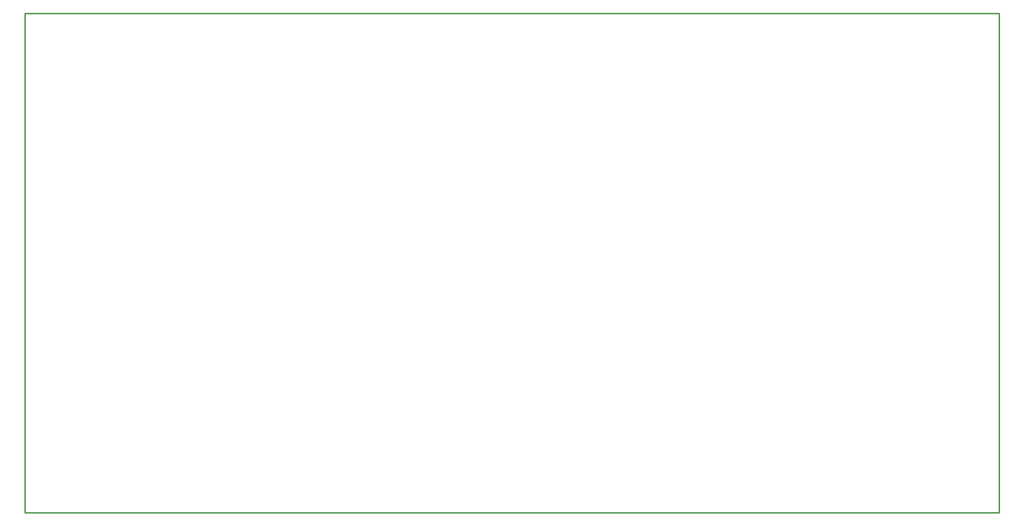
<source format=gbp>
G04*
G04 #@! TF.GenerationSoftware,Altium Limited,Altium Designer,18.1.11 (251)*
G04*
G04 Layer_Color=128*
%FSLAX25Y25*%
%MOIN*%
G70*
G01*
G75*
%ADD10C,0.01000*%
D10*
X107000Y131500D02*
Y493000D01*
Y131500D02*
X811500D01*
Y493000D01*
X107000D02*
X811500D01*
M02*

</source>
